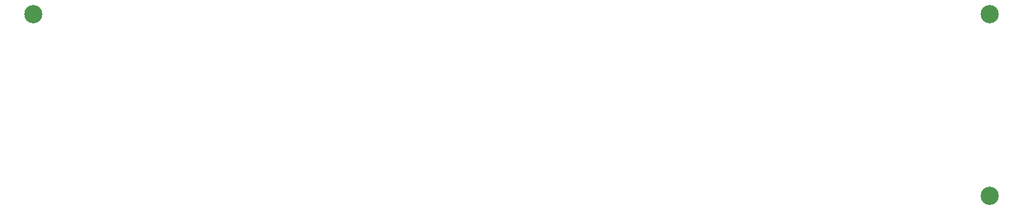
<source format=gbr>
%TF.GenerationSoftware,KiCad,Pcbnew,8.0.3*%
%TF.CreationDate,2024-08-02T00:59:48+02:00*%
%TF.ProjectId,Controller,436f6e74-726f-46c6-9c65-722e6b696361,rev?*%
%TF.SameCoordinates,Original*%
%TF.FileFunction,NonPlated,1,2,NPTH,Drill*%
%TF.FilePolarity,Positive*%
%FSLAX46Y46*%
G04 Gerber Fmt 4.6, Leading zero omitted, Abs format (unit mm)*
G04 Created by KiCad (PCBNEW 8.0.3) date 2024-08-02 00:59:48*
%MOMM*%
%LPD*%
G01*
G04 APERTURE LIST*
%TA.AperFunction,ComponentDrill*%
%ADD10C,2.500000*%
%TD*%
G04 APERTURE END LIST*
D10*
%TO.C,H1*%
X110246670Y-98559067D03*
%TO.C,H3*%
X241448403Y-98559103D03*
%TO.C,H2*%
X241448403Y-123559103D03*
M02*

</source>
